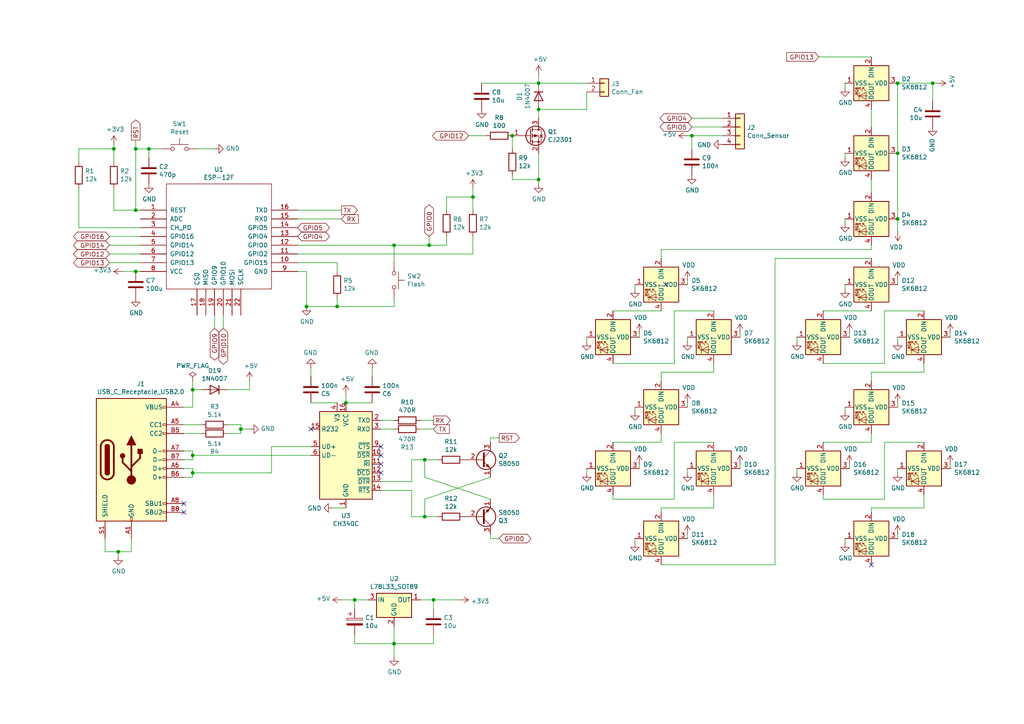
<source format=kicad_sch>
(kicad_sch (version 20230121) (generator eeschema)
  (paper "A4")
  (lib_symbols
    (symbol "Connector:USB_C_Receptacle_USB2.0" (pin_names (offset 1.016))
      (property "Reference" "J" (at -10.16 19.05 0))
      (property "Value" "USB_C_Receptacle_USB2.0" (at 19.05 19.05 0))
      (symbol "USB_C_Receptacle_USB2.0_1_1"
        (pin passive line (at 0 -22.86 90) (length 5.08) (name "GND") (number "A1"))
        (pin passive line (at 0 -22.86 90) (length 5.08) hide (name "GND") (number "A12"))
        (pin passive line (at 15.24 15.24 180) (length 5.08) (name "VBUS") (number "A4"))
        (pin bidirectional line (at 15.24 10.16 180) (length 5.08) (name "CC1") (number "A5"))
        (pin bidirectional line (at 15.24 -2.54 180) (length 5.08) (name "D+") (number "A6"))
        (pin bidirectional line (at 15.24 2.54 180) (length 5.08) (name "D-") (number "A7"))
        (pin bidirectional line (at 15.24 -12.7 180) (length 5.08) (name "SBU1") (number "A8"))
        (pin passive line (at 15.24 15.24 180) (length 5.08) hide (name "VBUS") (number "A9"))
        (pin passive line (at 0 -22.86 90) (length 5.08) hide (name "GND") (number "B1"))
        (pin passive line (at 0 -22.86 90) (length 5.08) hide (name "GND") (number "B12"))
        (pin passive line (at 15.24 15.24 180) (length 5.08) hide (name "VBUS") (number "B4"))
        (pin bidirectional line (at 15.24 7.62 180) (length 5.08) (name "CC2") (number "B5"))
        (pin bidirectional line (at 15.24 -5.08 180) (length 5.08) (name "D+") (number "B6"))
        (pin bidirectional line (at 15.24 0 180) (length 5.08) (name "D-") (number "B7"))
        (pin bidirectional line (at 15.24 -15.24 180) (length 5.08) (name "SBU2") (number "B8"))
        (pin passive line (at 15.24 15.24 180) (length 5.08) hide (name "VBUS") (number "B9"))
        (pin passive line (at -7.62 -22.86 90) (length 5.08) (name "SHIELD") (number "S1"))
      )
    )
    (symbol "Connector_Generic:Conn_01x02" (pin_names (offset 1.016) hide)
      (property "Reference" "J" (at 0 2.54 0))
      (property "Value" "Conn_01x02" (at 0 -5.08 0))
      (symbol "Conn_01x02_1_1"
        (pin passive line (at -5.08 0 0) (length 3.81) (name "Pin_1") (number "1"))
        (pin passive line (at -5.08 -2.54 0) (length 3.81) (name "Pin_2") (number "2"))
      )
    )
    (symbol "Connector_Generic:Conn_01x04" (pin_names (offset 1.016) hide)
      (property "Reference" "J" (at 0 5.08 0))
      (property "Value" "Conn_01x04" (at 0 -7.62 0))
      (symbol "Conn_01x04_1_1"
        (pin passive line (at -5.08 2.54 0) (length 3.81) (name "Pin_1") (number "1"))
        (pin passive line (at -5.08 0 0) (length 3.81) (name "Pin_2") (number "2"))
        (pin passive line (at -5.08 -2.54 0) (length 3.81) (name "Pin_3") (number "3"))
        (pin passive line (at -5.08 -5.08 0) (length 3.81) (name "Pin_4") (number "4"))
      )
    )
    (symbol "Device:C" (pin_numbers hide) (pin_names (offset 0.254))
      (property "Reference" "C" (at 0.635 2.54 0))
      (property "Value" "C" (at 0.635 -2.54 0))
      (symbol "C_1_1"
        (pin passive line (at 0 3.81 270) (length 2.794) (name "~") (number "1"))
        (pin passive line (at 0 -3.81 90) (length 2.794) (name "~") (number "2"))
      )
    )
    (symbol "Device:Q_PMOS_GSD" (pin_names (offset 0) hide)
      (property "Reference" "Q" (at 5.08 1.27 0))
      (property "Value" "Q_PMOS_GSD" (at 5.08 -1.27 0))
      (symbol "Q_PMOS_GSD_1_1"
        (pin input line (at -5.08 0 0) (length 2.54) (name "G") (number "1"))
        (pin passive line (at 2.54 -5.08 90) (length 2.54) (name "S") (number "2"))
        (pin passive line (at 2.54 5.08 270) (length 2.54) (name "D") (number "3"))
      )
    )
    (symbol "Device:R" (pin_numbers hide) (pin_names (offset 0))
      (property "Reference" "R" (at 2.032 0 90))
      (property "Value" "R" (at 0 0 90))
      (symbol "R_1_1"
        (pin passive line (at 0 3.81 270) (length 1.27) (name "~") (number "1"))
        (pin passive line (at 0 -3.81 90) (length 1.27) (name "~") (number "2"))
      )
    )
    (symbol "Diode:1N4007" (pin_numbers hide) (pin_names hide)
      (property "Reference" "D" (at 0 2.54 0))
      (property "Value" "1N4007" (at 0 -2.54 0))
      (symbol "1N4007_1_1"
        (pin passive line (at -3.81 0 0) (length 2.54) (name "K") (number "1"))
        (pin passive line (at 3.81 0 180) (length 2.54) (name "A") (number "2"))
      )
    )
    (symbol "Interface_USB:CH340C"
      (property "Reference" "U" (at -5.08 13.97 0))
      (property "Value" "CH340C" (at 1.27 13.97 0))
      (symbol "CH340C_1_1"
        (pin power_in line (at 0 -15.24 90) (length 2.54) (name "GND") (number "1"))
        (pin input line (at 10.16 0 180) (length 2.54) (name "~{DSR}") (number "10"))
        (pin input line (at 10.16 -2.54 180) (length 2.54) (name "~{RI}") (number "11"))
        (pin input line (at 10.16 -5.08 180) (length 2.54) (name "~{DCD}") (number "12"))
        (pin output line (at 10.16 -7.62 180) (length 2.54) (name "~{DTR}") (number "13"))
        (pin output line (at 10.16 -10.16 180) (length 2.54) (name "~{RTS}") (number "14"))
        (pin input line (at -10.16 7.62 0) (length 2.54) (name "R232") (number "15"))
        (pin power_in line (at 0 15.24 270) (length 2.54) (name "VCC") (number "16"))
        (pin output line (at 10.16 10.16 180) (length 2.54) (name "TXD") (number "2"))
        (pin input line (at 10.16 7.62 180) (length 2.54) (name "RXD") (number "3"))
        (pin passive line (at -2.54 15.24 270) (length 2.54) (name "V3") (number "4"))
        (pin bidirectional line (at -10.16 2.54 0) (length 2.54) (name "UD+") (number "5"))
        (pin bidirectional line (at -10.16 0 0) (length 2.54) (name "UD-") (number "6"))
        (pin no_connect line (at -7.62 -7.62 0) (length 2.54) hide (name "NC") (number "7"))
        (pin no_connect line (at -7.62 -10.16 0) (length 2.54) hide (name "NC") (number "8"))
        (pin input line (at 10.16 2.54 180) (length 2.54) (name "~{CTS}") (number "9"))
      )
    )
    (symbol "LED:SK6812" (pin_names (offset 0.254))
      (property "Reference" "D" (at 5.08 5.715 0))
      (property "Value" "SK6812" (at 1.27 -5.715 0))
      (symbol "SK6812_0_0"
        (text "RGB" (at 2.286 -4.191 0) (effects (font (size 0.762 0.762))))
      )
      (symbol "SK6812_1_1"
        (pin power_in line (at 0 -7.62 90) (length 2.54) (name "VSS") (number "1"))
        (pin input line (at -7.62 0 0) (length 2.54) (name "DIN") (number "2"))
        (pin power_in line (at 0 7.62 270) (length 2.54) (name "VDD") (number "3"))
        (pin output line (at 7.62 0 180) (length 2.54) (name "DOUT") (number "4"))
      )
    )
    (symbol "Regulator_Linear:L78L33_SOT89" (pin_names (offset 0.254))
      (property "Reference" "U" (at -3.81 3.175 0))
      (property "Value" "L78L33_SOT89" (at -0.635 3.175 0))
      (symbol "L78L33_SOT89_1_1"
        (pin power_out line (at 7.62 0 180) (length 2.54) (name "OUT") (number "1"))
        (pin power_in line (at 0 -7.62 90) (length 2.54) (name "GND") (number "2"))
        (pin power_in line (at -7.62 0 0) (length 2.54) (name "IN") (number "3"))
      )
    )
    (symbol "Switch:SW_Push" (pin_numbers hide) (pin_names (offset 1.016) hide)
      (property "Reference" "SW" (at 1.27 2.54 0))
      (property "Value" "SW_Push" (at 0 -1.524 0))
      (symbol "SW_Push_0_1"
        (pin passive line (at -5.08 0 0) (length 2.54) (name "1") (number "1"))
        (pin passive line (at 5.08 0 180) (length 2.54) (name "2") (number "2"))
      )
    )
    (symbol "Transistor_BJT:S8050" (pin_names (offset 0) hide)
      (property "Reference" "Q" (at 5.08 1.905 0))
      (property "Value" "S8050" (at 5.08 0 0))
      (symbol "S8050_1_1"
        (pin passive line (at 2.54 -5.08 90) (length 2.54) (name "E") (number "1"))
        (pin input line (at -5.08 0 0) (length 5.08) (name "B") (number "2"))
        (pin passive line (at 2.54 5.08 270) (length 2.54) (name "C") (number "3"))
      )
    )
    (symbol "espriktning-rear.sch-rescue:+3.3V-power" (power) (pin_names (offset 0))
      (property "Value" "+3.3V-power" (at 0 3.556 0))
      (symbol "+3.3V-power_1_1"
        (pin power_in line (at 0 0 90) (length 0) hide (name "+3V3") (number "1"))
      )
    )
    (symbol "espriktning-rear.sch-rescue:CP-Device" (pin_numbers hide) (pin_names (offset 0.254))
      (property "Reference" "C" (at 0.635 2.54 0))
      (property "Value" "Device_CP" (at 0.635 -2.54 0))
      (symbol "CP-Device_1_1"
        (pin passive line (at 0 3.81 270) (length 2.794) (name "~") (number "1"))
        (pin passive line (at 0 -3.81 90) (length 2.794) (name "~") (number "2"))
      )
    )
    (symbol "espriktning-rear.sch-rescue:ESP-12F-ESP8266" (pin_names (offset 1.016))
      (property "Reference" "U" (at 0 -2.54 0))
      (property "Value" "ESP8266_ESP-12F" (at 0 2.54 0))
      (symbol "ESP-12F-ESP8266_1_1"
        (pin input line (at -22.86 7.62 0) (length 7.62) (name "REST") (number "1"))
        (pin bidirectional line (at 22.86 -7.62 180) (length 7.62) (name "GPIO15") (number "10"))
        (pin bidirectional line (at 22.86 -5.08 180) (length 7.62) (name "GPIO2") (number "11"))
        (pin bidirectional line (at 22.86 -2.54 180) (length 7.62) (name "GPIO0") (number "12"))
        (pin bidirectional line (at 22.86 0 180) (length 7.62) (name "GPIO4") (number "13"))
        (pin bidirectional line (at 22.86 2.54 180) (length 7.62) (name "GPIO5") (number "14"))
        (pin input line (at 22.86 5.08 180) (length 7.62) (name "RXD") (number "15"))
        (pin output line (at 22.86 7.62 180) (length 7.62) (name "TXD") (number "16"))
        (pin bidirectional line (at -6.35 -22.86 90) (length 7.62) (name "CS0") (number "17"))
        (pin bidirectional line (at -3.81 -22.86 90) (length 7.62) (name "MISO") (number "18"))
        (pin bidirectional line (at -1.27 -22.86 90) (length 7.62) (name "GPIO9") (number "19"))
        (pin passive line (at -22.86 5.08 0) (length 7.62) (name "ADC") (number "2"))
        (pin bidirectional line (at 1.27 -22.86 90) (length 7.62) (name "GPIO10") (number "20"))
        (pin bidirectional line (at 3.81 -22.86 90) (length 7.62) (name "MOSI") (number "21"))
        (pin bidirectional line (at 6.35 -22.86 90) (length 7.62) (name "SCLK") (number "22"))
        (pin input line (at -22.86 2.54 0) (length 7.62) (name "CH_PD") (number "3"))
        (pin bidirectional line (at -22.86 0 0) (length 7.62) (name "GPIO16") (number "4"))
        (pin bidirectional line (at -22.86 -2.54 0) (length 7.62) (name "GPIO14") (number "5"))
        (pin bidirectional line (at -22.86 -5.08 0) (length 7.62) (name "GPIO12") (number "6"))
        (pin bidirectional line (at -22.86 -7.62 0) (length 7.62) (name "GPIO13") (number "7"))
        (pin power_in line (at -22.86 -10.16 0) (length 7.62) (name "VCC") (number "8"))
        (pin power_in line (at 22.86 -10.16 180) (length 7.62) (name "GND") (number "9"))
      )
    )
    (symbol "power:+5V" (power) (pin_names (offset 0))
      (property "Value" "+5V" (at 0 3.556 0))
      (symbol "+5V_1_1"
        (pin power_in line (at 0 0 90) (length 0) hide (name "+5V") (number "1"))
      )
    )
    (symbol "power:GND" (power) (pin_names (offset 0))
      (property "Value" "GND" (at 0 -3.81 0))
      (symbol "GND_1_1"
        (pin power_in line (at 0 0 270) (length 0) hide (name "GND") (number "1"))
      )
    )
    (symbol "power:PWR_FLAG" (power) (pin_numbers hide) (pin_names (offset 0) hide)
      (property "Value" "PWR_FLAG" (at 0 3.81 0))
      (symbol "PWR_FLAG_0_0"
        (pin power_out line (at 0 0 90) (length 0) (name "pwr") (number "1"))
      )
    )
    (symbol "power:VDD" (power) (pin_names (offset 0))
      (property "Value" "VDD" (at 0 3.81 0))
      (symbol "VDD_1_1"
        (pin power_in line (at 0 0 90) (length 0) hide (name "VDD") (number "1"))
      )
    )
  )
  (junction (at 34.29 160.02))
  (junction (at 97.79 88.9))
  (junction (at 55.88 137.16))
  (junction (at 102.87 173.99))
  (junction (at 55.88 113.03))
  (junction (at 260.35 24.13))
  (junction (at 148.59 39.37))
  (junction (at 124.46 71.12))
  (junction (at 260.35 63.5))
  (junction (at 270.51 24.13))
  (junction (at 114.3 71.12))
  (junction (at 55.88 132.08))
  (junction (at 114.3 186.69))
  (junction (at 137.16 57.15))
  (junction (at 260.35 44.45))
  (junction (at 200.66 39.37))
  (junction (at 43.18 43.18))
  (junction (at 156.21 52.07))
  (junction (at 33.02 43.18))
  (junction (at 125.73 173.99))
  (junction (at 156.21 31.75))
  (junction (at 123.19 133.35))
  (junction (at 156.21 24.13))
  (junction (at 69.85 124.46))
  (junction (at 39.37 78.74))
  (junction (at 39.37 43.18))
  (junction (at 39.37 60.96))
  (junction (at 88.9 88.9))
  (junction (at 100.33 116.84))
  (junction (at 123.19 149.86))
  (no_connect (at 252.73 163.83))
  (no_connect (at 110.49 134.62))
  (no_connect (at 110.49 129.54))
  (no_connect (at 90.17 124.46))
  (no_connect (at 193.04 82.55))
  (no_connect (at 53.34 146.05))
  (no_connect (at 110.49 132.08))
  (no_connect (at 53.34 148.59))
  (no_connect (at 110.49 137.16))
  (wire (pts (xy 39.37 43.18) (xy 43.18 43.18)))
  (wire (pts (xy 137.16 57.15) (xy 137.16 60.96)))
  (wire (pts (xy 35.56 78.74) (xy 39.37 78.74)))
  (wire (pts (xy 195.58 144.78) (xy 195.58 128.27)))
  (wire (pts (xy 275.59 135.89) (xy 275.59 134.62)))
  (wire (pts (xy 55.88 130.81) (xy 55.88 132.08)))
  (wire (pts (xy 107.95 116.84) (xy 100.33 116.84)))
  (wire (pts (xy 185.42 135.89) (xy 185.42 134.62)))
  (wire (pts (xy 246.38 135.89) (xy 246.38 134.62)))
  (wire (pts (xy 55.88 110.49) (xy 55.88 113.03)))
  (wire (pts (xy 123.19 144.78) (xy 142.24 138.43)))
  (wire (pts (xy 231.14 97.79) (xy 231.14 99.06)))
  (wire (pts (xy 100.33 116.84) (xy 100.33 114.3)))
  (wire (pts (xy 191.77 90.17) (xy 177.8 90.17)))
  (wire (pts (xy 209.55 39.37) (xy 200.66 39.37)))
  (wire (pts (xy 86.36 63.5) (xy 99.06 63.5)))
  (wire (pts (xy 177.8 105.41) (xy 195.58 105.41)))
  (wire (pts (xy 184.15 83.82) (xy 184.15 82.55)))
  (wire (pts (xy 114.3 124.46) (xy 110.49 124.46)))
  (wire (pts (xy 86.36 73.66) (xy 137.16 73.66)))
  (wire (pts (xy 58.42 125.73) (xy 53.34 125.73)))
  (wire (pts (xy 58.42 113.03) (xy 55.88 113.03)))
  (wire (pts (xy 252.73 125.73) (xy 252.73 128.27)))
  (wire (pts (xy 110.49 139.7) (xy 119.38 139.7)))
  (wire (pts (xy 142.24 127) (xy 144.78 127)))
  (wire (pts (xy 199.39 118.11) (xy 199.39 116.84)))
  (wire (pts (xy 252.73 147.32) (xy 252.73 148.59)))
  (wire (pts (xy 256.54 90.17) (xy 267.97 90.17)))
  (wire (pts (xy 55.88 113.03) (xy 55.88 118.11)))
  (wire (pts (xy 191.77 163.83) (xy 224.79 163.83)))
  (wire (pts (xy 114.3 88.9) (xy 97.79 88.9)))
  (wire (pts (xy 267.97 143.51) (xy 267.97 147.32)))
  (wire (pts (xy 191.77 125.73) (xy 191.77 128.27)))
  (wire (pts (xy 156.21 24.13) (xy 139.7 24.13)))
  (wire (pts (xy 267.97 147.32) (xy 252.73 147.32)))
  (wire (pts (xy 114.3 181.61) (xy 114.3 186.69)))
  (wire (pts (xy 102.87 176.53) (xy 102.87 173.99)))
  (wire (pts (xy 170.18 26.67) (xy 170.18 31.75)))
  (wire (pts (xy 102.87 186.69) (xy 102.87 184.15)))
  (wire (pts (xy 40.64 71.12) (xy 31.75 71.12)))
  (wire (pts (xy 252.73 16.51) (xy 237.49 16.51)))
  (wire (pts (xy 199.39 156.21) (xy 199.39 154.94)))
  (wire (pts (xy 129.54 57.15) (xy 137.16 57.15)))
  (wire (pts (xy 124.46 71.12) (xy 129.54 71.12)))
  (wire (pts (xy 195.58 128.27) (xy 207.01 128.27)))
  (wire (pts (xy 256.54 105.41) (xy 256.54 90.17)))
  (wire (pts (xy 156.21 52.07) (xy 156.21 53.34)))
  (wire (pts (xy 55.88 135.89) (xy 55.88 137.16)))
  (wire (pts (xy 110.49 142.24) (xy 119.38 142.24)))
  (wire (pts (xy 40.64 68.58) (xy 31.75 68.58)))
  (wire (pts (xy 140.97 39.37) (xy 135.89 39.37)))
  (wire (pts (xy 200.66 34.29) (xy 209.55 34.29)))
  (wire (pts (xy 245.11 45.72) (xy 245.11 44.45)))
  (wire (pts (xy 199.39 137.16) (xy 199.39 135.89)))
  (wire (pts (xy 114.3 186.69) (xy 102.87 186.69)))
  (wire (pts (xy 102.87 173.99) (xy 99.06 173.99)))
  (wire (pts (xy 191.77 72.39) (xy 191.77 74.93)))
  (wire (pts (xy 72.39 113.03) (xy 72.39 110.49)))
  (wire (pts (xy 123.19 133.35) (xy 127 133.35)))
  (wire (pts (xy 191.77 128.27) (xy 177.8 128.27)))
  (wire (pts (xy 58.42 123.19) (xy 53.34 123.19)))
  (wire (pts (xy 55.88 137.16) (xy 55.88 138.43)))
  (wire (pts (xy 119.38 139.7) (xy 119.38 133.35)))
  (wire (pts (xy 245.11 64.77) (xy 245.11 63.5)))
  (wire (pts (xy 270.51 29.21) (xy 270.51 24.13)))
  (wire (pts (xy 119.38 142.24) (xy 119.38 149.86)))
  (wire (pts (xy 129.54 71.12) (xy 129.54 68.58)))
  (wire (pts (xy 133.35 173.99) (xy 125.73 173.99)))
  (wire (pts (xy 69.85 125.73) (xy 66.04 125.73)))
  (wire (pts (xy 66.04 123.19) (xy 69.85 123.19)))
  (wire (pts (xy 256.54 144.78) (xy 256.54 128.27)))
  (wire (pts (xy 129.54 60.96) (xy 129.54 57.15)))
  (wire (pts (xy 224.79 74.93) (xy 252.73 74.93)))
  (wire (pts (xy 267.97 105.41) (xy 267.97 107.95)))
  (wire (pts (xy 114.3 190.5) (xy 114.3 186.69)))
  (wire (pts (xy 142.24 156.21) (xy 142.24 154.94)))
  (wire (pts (xy 39.37 43.18) (xy 39.37 60.96)))
  (wire (pts (xy 245.11 157.48) (xy 245.11 156.21)))
  (wire (pts (xy 86.36 76.2) (xy 97.79 76.2)))
  (wire (pts (xy 238.76 105.41) (xy 256.54 105.41)))
  (wire (pts (xy 114.3 121.92) (xy 110.49 121.92)))
  (wire (pts (xy 55.88 138.43) (xy 53.34 138.43)))
  (wire (pts (xy 114.3 88.9) (xy 114.3 86.36)))
  (wire (pts (xy 22.86 46.99) (xy 22.86 43.18)))
  (wire (pts (xy 195.58 144.78) (xy 177.8 144.78)))
  (wire (pts (xy 55.88 132.08) (xy 55.88 133.35)))
  (wire (pts (xy 137.16 73.66) (xy 137.16 68.58)))
  (wire (pts (xy 123.19 149.86) (xy 127 149.86)))
  (wire (pts (xy 55.88 133.35) (xy 53.34 133.35)))
  (wire (pts (xy 256.54 128.27) (xy 267.97 128.27)))
  (wire (pts (xy 125.73 186.69) (xy 114.3 186.69)))
  (wire (pts (xy 66.04 113.03) (xy 72.39 113.03)))
  (wire (pts (xy 69.85 123.19) (xy 69.85 124.46)))
  (wire (pts (xy 78.74 137.16) (xy 78.74 129.54)))
  (wire (pts (xy 260.35 24.13) (xy 260.35 44.45)))
  (wire (pts (xy 207.01 107.95) (xy 191.77 107.95)))
  (wire (pts (xy 245.11 119.38) (xy 245.11 118.11)))
  (wire (pts (xy 224.79 163.83) (xy 224.79 74.93)))
  (wire (pts (xy 260.35 118.11) (xy 260.35 116.84)))
  (wire (pts (xy 34.29 161.29) (xy 34.29 160.02)))
  (wire (pts (xy 252.73 90.17) (xy 238.76 90.17)))
  (wire (pts (xy 184.15 157.48) (xy 184.15 156.21)))
  (wire (pts (xy 156.21 34.29) (xy 156.21 31.75)))
  (wire (pts (xy 260.35 156.21) (xy 260.35 154.94)))
  (wire (pts (xy 270.51 24.13) (xy 271.78 24.13)))
  (wire (pts (xy 148.59 50.8) (xy 148.59 52.07)))
  (wire (pts (xy 184.15 119.38) (xy 184.15 118.11)))
  (wire (pts (xy 119.38 133.35) (xy 123.19 133.35)))
  (wire (pts (xy 245.11 25.4) (xy 245.11 24.13)))
  (wire (pts (xy 30.48 156.21) (xy 30.48 160.02)))
  (wire (pts (xy 53.34 118.11) (xy 55.88 118.11)))
  (wire (pts (xy 170.18 97.79) (xy 170.18 99.06)))
  (wire (pts (xy 55.88 137.16) (xy 78.74 137.16)))
  (wire (pts (xy 33.02 54.61) (xy 33.02 60.96)))
  (wire (pts (xy 260.35 44.45) (xy 260.35 63.5)))
  (wire (pts (xy 238.76 143.51) (xy 238.76 144.78)))
  (wire (pts (xy 97.79 86.36) (xy 97.79 88.9)))
  (wire (pts (xy 170.18 31.75) (xy 156.21 31.75)))
  (wire (pts (xy 214.63 135.89) (xy 214.63 134.62)))
  (wire (pts (xy 199.39 97.79) (xy 199.39 99.06)))
  (wire (pts (xy 123.19 149.86) (xy 123.19 144.78)))
  (wire (pts (xy 207.01 147.32) (xy 191.77 147.32)))
  (wire (pts (xy 246.38 97.79) (xy 246.38 96.52)))
  (wire (pts (xy 119.38 149.86) (xy 123.19 149.86)))
  (wire (pts (xy 97.79 88.9) (xy 88.9 88.9)))
  (wire (pts (xy 191.77 107.95) (xy 191.77 110.49)))
  (wire (pts (xy 106.68 173.99) (xy 102.87 173.99)))
  (wire (pts (xy 125.73 124.46) (xy 121.92 124.46)))
  (wire (pts (xy 245.11 83.82) (xy 245.11 82.55)))
  (wire (pts (xy 22.86 66.04) (xy 40.64 66.04)))
  (wire (pts (xy 260.35 63.5) (xy 260.35 67.31)))
  (wire (pts (xy 156.21 24.13) (xy 156.21 21.59)))
  (wire (pts (xy 43.18 45.72) (xy 43.18 43.18)))
  (wire (pts (xy 100.33 147.32) (xy 96.52 147.32)))
  (wire (pts (xy 195.58 105.41) (xy 195.58 90.17)))
  (wire (pts (xy 86.36 78.74) (xy 88.9 78.74)))
  (wire (pts (xy 148.59 43.18) (xy 148.59 39.37)))
  (wire (pts (xy 125.73 184.15) (xy 125.73 186.69)))
  (wire (pts (xy 125.73 121.92) (xy 121.92 121.92)))
  (wire (pts (xy 231.14 137.16) (xy 231.14 135.89)))
  (wire (pts (xy 200.66 43.18) (xy 200.66 39.37)))
  (wire (pts (xy 214.63 97.79) (xy 214.63 96.52)))
  (wire (pts (xy 78.74 129.54) (xy 90.17 129.54)))
  (wire (pts (xy 170.18 24.13) (xy 156.21 24.13)))
  (wire (pts (xy 191.77 147.32) (xy 191.77 148.59)))
  (wire (pts (xy 207.01 143.51) (xy 207.01 147.32)))
  (wire (pts (xy 252.73 72.39) (xy 191.77 72.39)))
  (wire (pts (xy 53.34 135.89) (xy 55.88 135.89)))
  (wire (pts (xy 39.37 78.74) (xy 40.64 78.74)))
  (wire (pts (xy 177.8 143.51) (xy 177.8 144.78)))
  (wire (pts (xy 260.35 82.55) (xy 260.35 81.28)))
  (wire (pts (xy 53.34 130.81) (xy 55.88 130.81)))
  (wire (pts (xy 38.1 160.02) (xy 38.1 156.21)))
  (wire (pts (xy 156.21 44.45) (xy 156.21 52.07)))
  (wire (pts (xy 97.79 116.84) (xy 90.17 116.84)))
  (wire (pts (xy 200.66 36.83) (xy 209.55 36.83)))
  (wire (pts (xy 260.35 137.16) (xy 260.35 135.89)))
  (wire (pts (xy 275.59 97.79) (xy 275.59 96.52)))
  (wire (pts (xy 90.17 109.22) (xy 90.17 106.68)))
  (wire (pts (xy 33.02 43.18) (xy 33.02 46.99)))
  (wire (pts (xy 137.16 57.15) (xy 137.16 54.61)))
  (wire (pts (xy 252.73 128.27) (xy 238.76 128.27)))
  (wire (pts (xy 207.01 105.41) (xy 207.01 107.95)))
  (wire (pts (xy 97.79 76.2) (xy 97.79 78.74)))
  (wire (pts (xy 22.86 43.18) (xy 33.02 43.18)))
  (wire (pts (xy 40.64 76.2) (xy 31.75 76.2)))
  (wire (pts (xy 252.73 71.12) (xy 252.73 72.39)))
  (wire (pts (xy 33.02 41.91) (xy 33.02 43.18)))
  (wire (pts (xy 238.76 144.78) (xy 256.54 144.78)))
  (wire (pts (xy 64.77 95.25) (xy 64.77 91.44)))
  (wire (pts (xy 86.36 71.12) (xy 114.3 71.12)))
  (wire (pts (xy 195.58 90.17) (xy 207.01 90.17)))
  (wire (pts (xy 40.64 73.66) (xy 31.75 73.66)))
  (wire (pts (xy 34.29 160.02) (xy 38.1 160.02)))
  (wire (pts (xy 72.39 124.46) (xy 69.85 124.46)))
  (wire (pts (xy 260.35 24.13) (xy 270.51 24.13)))
  (wire (pts (xy 185.42 97.79) (xy 185.42 96.52)))
  (wire (pts (xy 170.18 137.16) (xy 170.18 135.89)))
  (wire (pts (xy 69.85 124.46) (xy 69.85 125.73)))
  (wire (pts (xy 267.97 107.95) (xy 252.73 107.95)))
  (wire (pts (xy 86.36 60.96) (xy 99.06 60.96)))
  (wire (pts (xy 252.73 107.95) (xy 252.73 110.49)))
  (wire (pts (xy 142.24 128.27) (xy 142.24 127)))
  (wire (pts (xy 55.88 132.08) (xy 90.17 132.08)))
  (wire (pts (xy 200.66 39.37) (xy 199.39 39.37)))
  (wire (pts (xy 62.23 95.25) (xy 62.23 91.44)))
  (wire (pts (xy 22.86 54.61) (xy 22.86 66.04)))
  (wire (pts (xy 114.3 71.12) (xy 124.46 71.12)))
  (wire (pts (xy 260.35 97.79) (xy 260.35 99.06)))
  (wire (pts (xy 123.19 138.43) (xy 123.19 133.35)))
  (wire (pts (xy 39.37 60.96) (xy 40.64 60.96)))
  (wire (pts (xy 252.73 36.83) (xy 252.73 31.75)))
  (wire (pts (xy 121.92 173.99) (xy 125.73 173.99)))
  (wire (pts (xy 199.39 82.55) (xy 199.39 81.28)))
  (wire (pts (xy 43.18 43.18) (xy 46.99 43.18)))
  (wire (pts (xy 107.95 109.22) (xy 107.95 106.68)))
  (wire (pts (xy 125.73 173.99) (xy 125.73 176.53)))
  (wire (pts (xy 124.46 68.58) (xy 124.46 71.12)))
  (wire (pts (xy 62.23 43.18) (xy 57.15 43.18)))
  (wire (pts (xy 39.37 43.18) (xy 39.37 40.64)))
  (wire (pts (xy 33.02 60.96) (xy 39.37 60.96)))
  (wire (pts (xy 30.48 160.02) (xy 34.29 160.02)))
  (wire (pts (xy 88.9 78.74) (xy 88.9 88.9)))
  (wire (pts (xy 252.73 55.88) (xy 252.73 52.07)))
  (wire (pts (xy 148.59 52.07) (xy 156.21 52.07)))
  (wire (pts (xy 142.24 144.78) (xy 123.19 138.43)))
  (wire (pts (xy 114.3 76.2) (xy 114.3 71.12)))
  (wire (pts (xy 144.78 156.21) (xy 142.24 156.21)))
  (global_label "GPIO12" (shape bidirectional) (at 135.89 39.37 180) (property "Intersheetrefs" "${INTERSHEET_REFS}" (effects hide)))
  (global_label "GPIO16" (shape bidirectional) (at 31.75 68.58 180) (property "Intersheetrefs" "${INTERSHEET_REFS}" (effects hide)))
  (global_label "GPIO13" (shape input) (at 237.49 16.51 180) (property "Intersheetrefs" "${INTERSHEET_REFS}" (effects hide)))
  (global_label "GPIO4" (shape bidirectional) (at 86.36 68.58 0) (property "Intersheetrefs" "${INTERSHEET_REFS}" (effects hide)))
  (global_label "GPIO0" (shape bidirectional) (at 144.78 156.21 0) (property "Intersheetrefs" "${INTERSHEET_REFS}" (effects hide)))
  (global_label "GPIO0" (shape bidirectional) (at 124.46 68.58 90) (property "Intersheetrefs" "${INTERSHEET_REFS}" (effects hide)))
  (global_label "GPIO5" (shape bidirectional) (at 86.36 66.04 0) (property "Intersheetrefs" "${INTERSHEET_REFS}" (effects hide)))
  (global_label "GPIO10" (shape bidirectional) (at 64.77 95.25 270) (property "Intersheetrefs" "${INTERSHEET_REFS}" (effects hide)))
  (global_label "GPIO13" (shape bidirectional) (at 31.75 76.2 180) (property "Intersheetrefs" "${INTERSHEET_REFS}" (effects hide)))
  (global_label "GPIO14" (shape bidirectional) (at 31.75 71.12 180) (property "Intersheetrefs" "${INTERSHEET_REFS}" (effects hide)))
  (global_label "RST" (shape output) (at 39.37 40.64 90) (property "Intersheetrefs" "${INTERSHEET_REFS}" (effects hide)))
  (global_label "RST" (shape output) (at 144.78 127 0) (property "Intersheetrefs" "${INTERSHEET_REFS}" (effects hide)))
  (global_label "TX" (shape output) (at 99.06 60.96 0) (property "Intersheetrefs" "${INTERSHEET_REFS}" (effects hide)))
  (global_label "GPIO9" (shape bidirectional) (at 62.23 95.25 270) (property "Intersheetrefs" "${INTERSHEET_REFS}" (effects hide)))
  (global_label "RX" (shape input) (at 99.06 63.5 0) (property "Intersheetrefs" "${INTERSHEET_REFS}" (effects hide)))
  (global_label "GPIO12" (shape bidirectional) (at 31.75 73.66 180) (property "Intersheetrefs" "${INTERSHEET_REFS}" (effects hide)))
  (global_label "RX" (shape output) (at 125.73 121.92 0) (property "Intersheetrefs" "${INTERSHEET_REFS}" (effects hide)))
  (global_label "TX" (shape input) (at 125.73 124.46 0) (property "Intersheetrefs" "${INTERSHEET_REFS}" (effects hide)))
  (global_label "GPIO4" (shape bidirectional) (at 200.66 34.29 180) (property "Intersheetrefs" "${INTERSHEET_REFS}" (effects hide)))
  (global_label "GPIO5" (shape bidirectional) (at 200.66 36.83 180) (property "Intersheetrefs" "${INTERSHEET_REFS}" (effects hide)))
  (symbol (lib_id "espriktning-rear.sch-rescue:ESP-12F-ESP8266") (at 63.5 68.58 0) (unit 1)
    (property "Reference" "U1" (at 63.5 49.149 0))
    (property "Value" "ESP-12F" (at 63.5 51.4604 0))
    (property "Footprint" "ESP8266:ESP-12E_SMD" (effects hide))
  )
  (symbol (lib_id "Device:R") (at 33.02 50.8 0) (unit 1)
    (property "Reference" "R2" (at 34.798 49.6316 0) (effects (justify left)))
    (property "Value" "12k" (at 34.798 51.943 0) (effects (justify left)))
    (property "Footprint" "Resistor_SMD:R_0603_1608Metric" (effects hide))
  )
  (symbol (lib_id "Device:R") (at 22.86 50.8 0) (unit 1)
    (property "Reference" "R1" (at 24.638 49.6316 0) (effects (justify left)))
    (property "Value" "12k" (at 24.638 51.943 0) (effects (justify left)))
    (property "Footprint" "Resistor_SMD:R_0603_1608Metric" (effects hide))
  )
  (symbol (lib_id "power:GND") (at 88.9 88.9 0) (unit 1)
    (property "Reference" "#PWR08" (effects hide))
    (property "Value" "GND" (at 89.027 93.2942 0))
  )
  (symbol (lib_id "Regulator_Linear:L78L33_SOT89") (at 114.3 173.99 0) (unit 1)
    (property "Reference" "U2" (at 114.3 167.8432 0))
    (property "Value" "L78L33_SOT89" (at 114.3 170.1546 0))
    (property "Footprint" "Package_TO_SOT_SMD:SOT-89-3" (effects hide))
    (property "Datasheet" "http://www.st.com/content/ccc/resource/technical/document/datasheet/15/55/e5/aa/23/5b/43/fd/CD00000446.pdf/files/CD00000446.pdf/jcr:content/translations/en.CD00000446.pdf" (effects hide))
  )
  (symbol (lib_id "power:+5V") (at 99.06 173.99 90) (unit 1)
    (property "Reference" "#PWR09" (effects hide))
    (property "Value" "+5V" (at 95.8088 173.609 90) (effects (justify left)))
  )
  (symbol (lib_id "espriktning-rear.sch-rescue:CP-Device") (at 102.87 180.34 0) (unit 1)
    (property "Reference" "C1" (at 105.8672 179.1716 0) (effects (justify left)))
    (property "Value" "10u" (at 105.8672 181.483 0) (effects (justify left)))
    (property "Footprint" "Capacitor_SMD:CP_Elec_5x3" (effects hide))
  )
  (symbol (lib_id "power:GND") (at 114.3 190.5 0) (unit 1)
    (property "Reference" "#PWR012" (effects hide))
    (property "Value" "GND" (at 114.427 194.8942 0))
  )
  (symbol (lib_id "Device:Q_PMOS_GSD") (at 153.67 39.37 0) (unit 1)
    (property "Reference" "Q1" (at 158.877 38.2016 0) (effects (justify left)))
    (property "Value" "CJ2301" (at 158.877 40.513 0) (effects (justify left)))
    (property "Footprint" "Package_TO_SOT_SMD:SOT-23" (effects hide))
    (property "LCSC" "C8547" (effects hide))
  )
  (symbol (lib_id "Device:R") (at 144.78 39.37 270) (unit 1)
    (property "Reference" "R8" (at 144.78 34.1122 90))
    (property "Value" "100" (at 144.78 36.4236 90))
    (property "Footprint" "Resistor_SMD:R_0603_1608Metric" (effects hide))
  )
  (symbol (lib_id "Device:R") (at 148.59 46.99 0) (unit 1)
    (property "Reference" "R9" (at 150.368 45.8216 0) (effects (justify left)))
    (property "Value" "12k" (at 150.368 48.133 0) (effects (justify left)))
    (property "Footprint" "Resistor_SMD:R_0603_1608Metric" (effects hide))
  )
  (symbol (lib_id "power:GND") (at 156.21 53.34 0) (unit 1)
    (property "Reference" "#PWR016" (effects hide))
    (property "Value" "GND" (at 156.337 57.7342 0))
  )
  (symbol (lib_id "power:+5V") (at 156.21 21.59 0) (unit 1)
    (property "Reference" "#PWR015" (effects hide))
    (property "Value" "+5V" (at 156.591 17.1958 0))
  )
  (symbol (lib_id "Connector_Generic:Conn_01x02") (at 175.26 24.13 0) (unit 1)
    (property "Reference" "J3" (at 177.292 24.3332 0) (effects (justify left)))
    (property "Value" "Conn_Fan" (at 177.292 26.6446 0) (effects (justify left)))
    (property "Footprint" "Connector_Molex:Molex_PicoBlade_53398-0271_1x02-1MP_P1.25mm_Vertical" (effects hide))
  )
  (symbol (lib_id "Device:R") (at 97.79 82.55 0) (unit 1)
    (property "Reference" "R5" (at 99.568 81.3816 0) (effects (justify left)))
    (property "Value" "12k" (at 99.568 83.693 0) (effects (justify left)))
    (property "Footprint" "Resistor_SMD:R_0603_1608Metric" (effects hide))
  )
  (symbol (lib_id "Device:R") (at 129.54 64.77 0) (unit 1)
    (property "Reference" "R6" (at 131.318 63.6016 0) (effects (justify left)))
    (property "Value" "12k" (at 131.318 65.913 0) (effects (justify left)))
    (property "Footprint" "Resistor_SMD:R_0603_1608Metric" (effects hide))
  )
  (symbol (lib_id "Device:R") (at 137.16 64.77 0) (unit 1)
    (property "Reference" "R7" (at 138.938 63.6016 0) (effects (justify left)))
    (property "Value" "12k" (at 138.938 65.913 0) (effects (justify left)))
    (property "Footprint" "Resistor_SMD:R_0603_1608Metric" (effects hide))
  )
  (symbol (lib_id "power:GND") (at 270.51 36.83 0) (mirror y) (unit 1)
    (property "Reference" "#PWR047" (effects hide))
    (property "Value" "GND" (at 270.383 40.0812 90) (effects (justify right)))
  )
  (symbol (lib_id "Switch:SW_Push") (at 114.3 81.28 270) (unit 1)
    (property "Reference" "SW2" (at 118.0592 80.1116 90) (effects (justify left)))
    (property "Value" "Flash" (at 118.0592 82.423 90) (effects (justify left)))
    (property "Footprint" "Connector_PinHeader_1.00mm:PinHeader_1x02_P1.00mm_Vertical" (effects hide))
  )
  (symbol (lib_id "Switch:SW_Push") (at 52.07 43.18 0) (unit 1)
    (property "Reference" "SW1" (at 52.07 35.941 0))
    (property "Value" "Reset" (at 52.07 38.2524 0))
    (property "Footprint" "Connector_PinHeader_1.00mm:PinHeader_1x02_P1.00mm_Vertical" (effects hide))
  )
  (symbol (lib_id "Device:C") (at 43.18 49.53 0) (unit 1)
    (property "Reference" "C2" (at 46.101 48.3616 0) (effects (justify left)))
    (property "Value" "470p" (at 46.101 50.673 0) (effects (justify left)))
    (property "Footprint" "Capacitor_SMD:C_0603_1608Metric" (effects hide))
  )
  (symbol (lib_id "power:GND") (at 43.18 53.34 0) (unit 1)
    (property "Reference" "#PWR04" (effects hide))
    (property "Value" "GND" (at 43.307 57.7342 0))
  )
  (symbol (lib_id "Connector:USB_C_Receptacle_USB2.0") (at 38.1 133.35 0) (unit 1)
    (property "Reference" "J1" (at 40.8178 111.3282 0))
    (property "Value" "USB_C_Receptacle_USB2.0" (at 40.8178 113.6396 0))
    (property "Footprint" "espriktning:usb-c-vertical" (effects hide))
    (property "Datasheet" "https://www.usb.org/sites/default/files/documents/usb_type-c.zip" (effects hide))
    (property "LCSC" "C2689840" (effects hide))
  )
  (symbol (lib_id "power:+5V") (at 271.78 24.13 270) (mirror x) (unit 1)
    (property "Reference" "#PWR050" (effects hide))
    (property "Value" "+5V" (at 276.1742 23.749 0))
  )
  (symbol (lib_id "power:GND") (at 34.29 161.29 0) (unit 1)
    (property "Reference" "#PWR02" (effects hide))
    (property "Value" "GND" (at 34.417 165.6842 0))
  )
  (symbol (lib_id "Device:R") (at 62.23 123.19 270) (unit 1)
    (property "Reference" "R3" (at 62.23 117.9322 90))
    (property "Value" "5.1k" (at 62.23 120.2436 90))
    (property "Footprint" "Resistor_SMD:R_0603_1608Metric" (effects hide))
  )
  (symbol (lib_id "Device:R") (at 62.23 125.73 90) (unit 1)
    (property "Reference" "R4" (at 62.23 130.9878 90))
    (property "Value" "5.1k" (at 62.23 128.6764 90))
    (property "Footprint" "Resistor_SMD:R_0603_1608Metric" (effects hide))
  )
  (symbol (lib_id "power:GND") (at 72.39 124.46 90) (unit 1)
    (property "Reference" "#PWR07" (effects hide))
    (property "Value" "GND" (at 75.6412 124.333 90) (effects (justify right)))
  )
  (symbol (lib_id "power:+5V") (at 72.39 110.49 0) (unit 1)
    (property "Reference" "#PWR05" (effects hide))
    (property "Value" "+5V" (at 72.771 106.0958 0))
  )
  (symbol (lib_id "power:PWR_FLAG") (at 55.88 110.49 0) (unit 1)
    (property "Reference" "#FLG01" (effects hide))
    (property "Value" "PWR_FLAG" (at 55.88 106.0958 0))
  )
  (symbol (lib_id "Device:C") (at 270.51 33.02 0) (mirror y) (unit 1)
    (property "Reference" "C4" (at 267.589 31.8516 0) (effects (justify left)))
    (property "Value" "10u" (at 267.589 34.163 0) (effects (justify left)))
    (property "Footprint" "Capacitor_SMD:C_1206_3216Metric" (effects hide))
  )
  (symbol (lib_id "Connector_Generic:Conn_01x04") (at 214.63 36.83 0) (unit 1)
    (property "Reference" "J2" (at 216.662 37.0332 0) (effects (justify left)))
    (property "Value" "Conn_Sensor" (at 216.662 39.3446 0) (effects (justify left)))
    (property "Footprint" "Connector_Molex:Molex_PicoBlade_53398-0471_1x04-1MP_P1.25mm_Vertical" (effects hide))
  )
  (symbol (lib_id "power:+5V") (at 199.39 39.37 90) (unit 1)
    (property "Reference" "#PWR010" (effects hide))
    (property "Value" "+5V" (at 196.1388 38.989 90) (effects (justify left)))
  )
  (symbol (lib_id "power:GND") (at 62.23 43.18 90) (unit 1)
    (property "Reference" "#PWR06" (effects hide))
    (property "Value" "GND" (at 65.4812 43.053 90) (effects (justify right)))
  )
  (symbol (lib_id "power:GND") (at 209.55 41.91 270) (unit 1)
    (property "Reference" "#PWR011" (effects hide))
    (property "Value" "GND" (at 206.2988 42.037 90) (effects (justify right)))
  )
  (symbol (lib_id "LED:SK6812") (at 252.73 63.5 270) (unit 1)
    (property "Reference" "D4" (at 261.4676 62.3316 90) (effects (justify left)))
    (property "Value" "SK6812" (at 261.4676 64.643 90) (effects (justify left)))
    (property "Footprint" "espriktning:SK6812D-EC3210R" (effects hide))
    (property "Datasheet" "https://cdn-shop.adafruit.com/product-files/1138/SK6812+LED+datasheet+.pdf" (effects hide))
    (property "LCSC" "C2890041" (effects hide))
  )
  (symbol (lib_id "power:GND") (at 245.11 25.4 0) (unit 1)
    (property "Reference" "#PWR033" (effects hide))
    (property "Value" "GND" (at 245.237 29.7942 0))
  )
  (symbol (lib_id "power:GND") (at 245.11 45.72 0) (unit 1)
    (property "Reference" "#PWR034" (effects hide))
    (property "Value" "GND" (at 245.237 50.1142 0))
  )
  (symbol (lib_id "Device:C") (at 125.73 180.34 0) (unit 1)
    (property "Reference" "C3" (at 128.651 179.1716 0) (effects (justify left)))
    (property "Value" "10u" (at 128.651 181.483 0) (effects (justify left)))
    (property "Footprint" "Capacitor_SMD:C_0805_2012Metric" (effects hide))
  )
  (symbol (lib_id "power:GND") (at 245.11 64.77 0) (unit 1)
    (property "Reference" "#PWR035" (effects hide))
    (property "Value" "GND" (at 245.237 69.1642 0))
  )
  (symbol (lib_id "power:GND") (at 96.52 147.32 270) (unit 1)
    (property "Reference" "#PWR0101" (effects hide))
    (property "Value" "GND" (at 93.2688 147.447 90) (effects (justify right)))
  )
  (symbol (lib_id "Device:R") (at 118.11 121.92 270) (unit 1)
    (property "Reference" "R10" (at 118.11 116.6622 90))
    (property "Value" "470R" (at 118.11 118.9736 90))
    (property "Footprint" "Resistor_SMD:R_0603_1608Metric" (effects hide))
  )
  (symbol (lib_id "power:VDD") (at 260.35 67.31 180) (unit 1)
    (property "Reference" "#PWR041" (effects hide))
    (property "Value" "VDD" (at 259.969 71.7042 0))
  )
  (symbol (lib_id "power:VDD") (at 199.39 81.28 0) (unit 1)
    (property "Reference" "#PWR024" (effects hide))
    (property "Value" "VDD" (at 199.771 76.8858 0))
  )
  (symbol (lib_id "power:VDD") (at 185.42 96.52 0) (unit 1)
    (property "Reference" "#PWR023" (effects hide))
    (property "Value" "VDD" (at 185.801 92.1258 0))
  )
  (symbol (lib_id "power:GND") (at 184.15 83.82 0) (unit 1)
    (property "Reference" "#PWR019" (effects hide))
    (property "Value" "GND" (at 184.277 88.2142 0))
  )
  (symbol (lib_id "Device:C") (at 107.95 113.03 0) (mirror x) (unit 1)
    (property "Reference" "C6" (at 110.871 114.1984 0) (effects (justify left)))
    (property "Value" "100n" (at 110.871 111.887 0) (effects (justify left)))
    (property "Footprint" "Capacitor_SMD:C_1206_3216Metric" (effects hide))
  )
  (symbol (lib_id "power:GND") (at 107.95 106.68 180) (unit 1)
    (property "Reference" "#PWR0102" (effects hide))
    (property "Value" "GND" (at 107.823 102.2858 0))
  )
  (symbol (lib_id "power:GND") (at 199.39 99.06 0) (unit 1)
    (property "Reference" "#PWR025" (effects hide))
    (property "Value" "GND" (at 199.517 103.4542 0))
  )
  (symbol (lib_id "power:GND") (at 170.18 99.06 0) (unit 1)
    (property "Reference" "#PWR018" (effects hide))
    (property "Value" "GND" (at 170.307 103.4542 0))
  )
  (symbol (lib_id "LED:SK6812") (at 252.73 44.45 270) (unit 1)
    (property "Reference" "D3" (at 261.4676 43.2816 90) (effects (justify left)))
    (property "Value" "SK6812" (at 261.4676 45.593 90) (effects (justify left)))
    (property "Footprint" "espriktning:SK6812D-EC3210R" (effects hide))
    (property "Datasheet" "https://cdn-shop.adafruit.com/product-files/1138/SK6812+LED+datasheet+.pdf" (effects hide))
    (property "LCSC" "C2890041" (effects hide))
  )
  (symbol (lib_id "Device:C") (at 39.37 82.55 0) (unit 1)
    (property "Reference" "C7" (at 42.291 81.3816 0) (effects (justify left)))
    (property "Value" "100u" (at 42.291 83.693 0) (effects (justify left)))
    (property "Footprint" "Capacitor_SMD:C_0805_2012Metric" (effects hide))
    (property "LCSC" "C141660" (effects hide))
  )
  (symbol (lib_id "power:GND") (at 184.15 119.38 0) (unit 1)
    (property "Reference" "#PWR020" (effects hide))
    (property "Value" "GND" (at 184.277 123.7742 0))
  )
  (symbol (lib_id "power:VDD") (at 214.63 96.52 0) (unit 1)
    (property "Reference" "#PWR029" (effects hide))
    (property "Value" "VDD" (at 215.011 92.1258 0))
  )
  (symbol (lib_id "Device:R") (at 118.11 124.46 270) (mirror x) (unit 1)
    (property "Reference" "R13" (at 118.11 129.7178 90))
    (property "Value" "470R" (at 118.11 127.4064 90))
    (property "Footprint" "Resistor_SMD:R_0603_1608Metric" (effects hide))
  )
  (symbol (lib_id "power:GND") (at 170.18 137.16 0) (unit 1)
    (property "Reference" "#PWR017" (effects hide))
    (property "Value" "GND" (at 170.307 141.5542 0))
  )
  (symbol (lib_id "power:VDD") (at 199.39 116.84 0) (unit 1)
    (property "Reference" "#PWR026" (effects hide))
    (property "Value" "VDD" (at 199.771 112.4458 0))
  )
  (symbol (lib_id "power:GND") (at 199.39 137.16 0) (unit 1)
    (property "Reference" "#PWR027" (effects hide))
    (property "Value" "GND" (at 199.517 141.5542 0))
  )
  (symbol (lib_id "power:GND") (at 184.15 157.48 0) (unit 1)
    (property "Reference" "#PWR022" (effects hide))
    (property "Value" "GND" (at 184.277 161.8742 0))
  )
  (symbol (lib_id "power:GND") (at 39.37 86.36 0) (unit 1)
    (property "Reference" "#PWR0105" (effects hide))
    (property "Value" "GND" (at 39.497 90.7542 0))
  )
  (symbol (lib_id "power:VDD") (at 185.42 134.62 0) (unit 1)
    (property "Reference" "#PWR021" (effects hide))
    (property "Value" "VDD" (at 185.801 130.2258 0))
  )
  (symbol (lib_id "power:VDD") (at 214.63 134.62 0) (unit 1)
    (property "Reference" "#PWR030" (effects hide))
    (property "Value" "VDD" (at 215.011 130.2258 0))
  )
  (symbol (lib_id "power:VDD") (at 199.39 154.94 0) (unit 1)
    (property "Reference" "#PWR028" (effects hide))
    (property "Value" "VDD" (at 199.771 150.5458 0))
  )
  (symbol (lib_id "power:+5V") (at 100.33 114.3 0) (unit 1)
    (property "Reference" "#PWR0103" (effects hide))
    (property "Value" "+5V" (at 100.711 109.9058 0))
  )
  (symbol (lib_id "espriktning-rear.sch-rescue:+3.3V-power") (at 133.35 173.99 270) (unit 1)
    (property "Reference" "#PWR0106" (effects hide))
    (property "Value" "+3.3V" (at 136.6012 174.371 90) (effects (justify left)))
  )
  (symbol (lib_id "Transistor_BJT:S8050") (at 139.7 133.35 0) (unit 1)
    (property "Reference" "Q2" (at 144.526 132.1816 0) (effects (justify left)))
    (property "Value" "S8050" (at 144.526 134.493 0) (effects (justify left)))
    (property "Footprint" "Package_TO_SOT_SMD:SOT-23" (effects hide))
    (property "Datasheet" "http://www.unisonic.com.tw/datasheet/S8050.pdf" (effects hide))
  )
  (symbol (lib_id "Transistor_BJT:S8050") (at 139.7 149.86 0) (mirror x) (unit 1)
    (property "Reference" "Q3" (at 144.526 151.0284 0) (effects (justify left)))
    (property "Value" "S8050" (at 144.526 148.717 0) (effects (justify left)))
    (property "Footprint" "Package_TO_SOT_SMD:SOT-23" (effects hide))
    (property "Datasheet" "http://www.unisonic.com.tw/datasheet/S8050.pdf" (effects hide))
  )
  (symbol (lib_id "Device:R") (at 130.81 133.35 270) (unit 1)
    (property "Reference" "R11" (at 130.81 128.0922 90))
    (property "Value" "12k" (at 130.81 130.4036 90))
    (property "Footprint" "Resistor_SMD:R_0603_1608Metric" (effects hide))
  )
  (symbol (lib_id "Diode:1N4007") (at 156.21 27.94 270) (unit 1)
    (property "Reference" "D1" (at 150.6982 27.94 0))
    (property "Value" "1N4007" (at 153.0096 27.94 0))
    (property "Footprint" "Diode_SMD:D_SOD-323" (effects hide))
    (property "Datasheet" "http://www.vishay.com/docs/88503/1n4001.pdf" (effects hide))
  )
  (symbol (lib_id "Device:R") (at 130.81 149.86 270) (unit 1)
    (property "Reference" "R12" (at 130.81 144.6022 90))
    (property "Value" "12k" (at 130.81 146.9136 90))
    (property "Footprint" "Resistor_SMD:R_0603_1608Metric" (effects hide))
  )
  (symbol (lib_id "power:GND") (at 245.11 83.82 0) (unit 1)
    (property "Reference" "#PWR036" (effects hide))
    (property "Value" "GND" (at 245.237 88.2142 0))
  )
  (symbol (lib_id "power:GND") (at 260.35 99.06 0) (unit 1)
    (property "Reference" "#PWR043" (effects hide))
    (property "Value" "GND" (at 260.477 103.4542 0))
  )
  (symbol (lib_id "power:GND") (at 231.14 99.06 0) (unit 1)
    (property "Reference" "#PWR032" (effects hide))
    (property "Value" "GND" (at 231.267 103.4542 0))
  )
  (symbol (lib_id "power:GND") (at 245.11 119.38 0) (unit 1)
    (property "Reference" "#PWR037" (effects hide))
    (property "Value" "GND" (at 245.237 123.7742 0))
  )
  (symbol (lib_id "power:GND") (at 231.14 137.16 0) (unit 1)
    (property "Reference" "#PWR031" (effects hide))
    (property "Value" "GND" (at 231.267 141.5542 0))
  )
  (symbol (lib_id "power:GND") (at 260.35 137.16 0) (unit 1)
    (property "Reference" "#PWR045" (effects hide))
    (property "Value" "GND" (at 260.477 141.5542 0))
  )
  (symbol (lib_id "power:GND") (at 245.11 157.48 0) (unit 1)
    (property "Reference" "#PWR039" (effects hide))
    (property "Value" "GND" (at 245.237 161.8742 0))
  )
  (symbol (lib_id "LED:SK6812") (at 267.97 97.79 270) (unit 1)
    (property "Reference" "D14" (at 276.7076 96.6216 90) (effects (justify left)))
    (property "Value" "SK6812" (at 276.7076 98.933 90) (effects (justify left)))
    (property "Footprint" "espriktning:SK6812D-EC3210R" (effects hide))
    (property "Datasheet" "https://cdn-shop.adafruit.com/product-files/1138/SK6812+LED+datasheet+.pdf" (effects hide))
    (property "LCSC" "C2890041" (effects hide))
  )
  (symbol (lib_id "LED:SK6812") (at 207.01 135.89 270) (unit 1)
    (property "Reference" "D10" (at 215.7476 134.7216 90) (effects (justify left)))
    (property "Value" "SK6812" (at 215.7476 137.033 90) (effects (justify left)))
    (property "Footprint" "espriktning:SK6812D-EC3210R" (effects hide))
    (property "Datasheet" "https://cdn-shop.adafruit.com/product-files/1138/SK6812+LED+datasheet+.pdf" (effects hide))
    (property "LCSC" "C2890041" (effects hide))
  )
  (symbol (lib_id "LED:SK6812") (at 267.97 135.89 270) (unit 1)
    (property "Reference" "D17" (at 276.7076 134.7216 90) (effects (justify left)))
    (property "Value" "SK6812" (at 276.7076 137.033 90) (effects (justify left)))
    (property "Footprint" "espriktning:SK6812D-EC3210R" (effects hide))
    (property "Datasheet" "https://cdn-shop.adafruit.com/product-files/1138/SK6812+LED+datasheet+.pdf" (effects hide))
    (property "LCSC" "C2890041" (effects hide))
  )
  (symbol (lib_id "LED:SK6812") (at 252.73 118.11 270) (unit 1)
    (property "Reference" "D15" (at 261.4676 116.9416 90) (effects (justify left)))
    (property "Value" "SK6812" (at 261.4676 119.253 90) (effects (justify left)))
    (property "Footprint" "espriktning:SK6812D-EC3210R" (effects hide))
    (property "Datasheet" "https://cdn-shop.adafruit.com/product-files/1138/SK6812+LED+datasheet+.pdf" (effects hide))
    (property "LCSC" "C2890041" (effects hide))
  )
  (symbol (lib_id "LED:SK6812") (at 252.73 156.21 270) (unit 1)
    (property "Reference" "D18" (at 261.4676 155.0416 90) (effects (justify left)))
    (property "Value" "SK6812" (at 261.4676 157.353 90) (effects (justify left)))
    (property "Footprint" "espriktning:SK6812D-EC3210R" (effects hide))
    (property "Datasheet" "https://cdn-shop.adafruit.com/product-files/1138/SK6812+LED+datasheet+.pdf" (effects hide))
    (property "LCSC" "C2890041" (effects hide))
  )
  (symbol (lib_id "LED:SK6812") (at 177.8 135.89 270) (unit 1)
    (property "Reference" "D9" (at 186.5376 134.7216 90) (effects (justify left)))
    (property "Value" "SK6812" (at 186.5376 137.033 90) (effects (justify left)))
    (property "Footprint" "espriktning:SK6812D-EC3210R" (effects hide))
    (property "Datasheet" "https://cdn-shop.adafruit.com/product-files/1138/SK6812+LED+datasheet+.pdf" (effects hide))
    (property "LCSC" "C2890041" (effects hide))
  )
  (symbol (lib_id "LED:SK6812") (at 238.76 135.89 270) (unit 1)
    (property "Reference" "D16" (at 247.4976 134.7216 90) (effects (justify left)))
    (property "Value" "SK6812" (at 247.4976 137.033 90) (effects (justify left)))
    (property "Footprint" "espriktning:SK6812D-EC3210R" (effects hide))
    (property "Datasheet" "https://cdn-shop.adafruit.com/product-files/1138/SK6812+LED+datasheet+.pdf" (effects hide))
    (property "LCSC" "C2890041" (effects hide))
  )
  (symbol (lib_id "power:VDD") (at 246.38 96.52 0) (unit 1)
    (property "Reference" "#PWR040" (effects hide))
    (property "Value" "VDD" (at 246.761 92.1258 0))
  )
  (symbol (lib_id "power:VDD") (at 275.59 96.52 0) (unit 1)
    (property "Reference" "#PWR048" (effects hide))
    (property "Value" "VDD" (at 275.971 92.1258 0))
  )
  (symbol (lib_id "power:VDD") (at 260.35 116.84 0) (unit 1)
    (property "Reference" "#PWR044" (effects hide))
    (property "Value" "VDD" (at 260.731 112.4458 0))
  )
  (symbol (lib_id "power:VDD") (at 246.38 134.62 0) (unit 1)
    (property "Reference" "#PWR038" (effects hide))
    (property "Value" "VDD" (at 246.761 130.2258 0))
  )
  (symbol (lib_id "power:VDD") (at 275.59 134.62 0) (unit 1)
    (property "Reference" "#PWR049" (effects hide))
    (property "Value" "VDD" (at 275.971 130.2258 0))
  )
  (symbol (lib_id "power:VDD") (at 260.35 154.94 0) (unit 1)
    (property "Reference" "#PWR046" (effects hide))
    (property "Value" "VDD" (at 260.731 150.5458 0))
  )
  (symbol (lib_id "espriktning-rear.sch-rescue:+3.3V-power") (at 35.56 78.74 90) (unit 1)
    (property "Reference" "#PWR0107" (effects hide))
    (property "Value" "+3.3V" (at 32.3088 78.359 90) (effects (justify left)))
  )
  (symbol (lib_id "espriktning-rear.sch-rescue:+3.3V-power") (at 33.02 41.91 0) (unit 1)
    (property "Reference" "#PWR0108" (effects hide))
    (property "Value" "+3.3V" (at 33.401 37.5158 0))
  )
  (symbol (lib_id "espriktning-rear.sch-rescue:+3.3V-power") (at 137.16 54.61 0) (unit 1)
    (property "Reference" "#PWR0109" (effects hide))
    (property "Value" "+3.3V" (at 137.541 50.2158 0))
  )
  (symbol (lib_id "LED:SK6812") (at 207.01 97.79 270) (unit 1)
    (property "Reference" "D7" (at 215.7476 96.6216 90) (effects (justify left)))
    (property "Value" "SK6812" (at 215.7476 98.933 90) (effects (justify left)))
    (property "Footprint" "espriktning:SK6812D-EC3210R" (effects hide))
    (property "Datasheet" "https://cdn-shop.adafruit.com/product-files/1138/SK6812+LED+datasheet+.pdf" (effects hide))
    (property "LCSC" "C2890041" (effects hide))
  )
  (symbol (lib_id "power:VDD") (at 260.35 81.28 0) (unit 1)
    (property "Reference" "#PWR042" (effects hide))
    (property "Value" "VDD" (at 260.731 76.8858 0))
  )
  (symbol (lib_id "LED:SK6812") (at 238.76 97.79 270) (unit 1)
    (property "Reference" "D13" (at 247.4976 96.6216 90) (effects (justify left)))
    (property "Value" "SK6812" (at 247.4976 98.933 90) (effects (justify left)))
    (property "Footprint" "espriktning:SK6812D-EC3210R" (effects hide))
    (property "Datasheet" "https://cdn-shop.adafruit.com/product-files/1138/SK6812+LED+datasheet+.pdf" (effects hide))
    (property "LCSC" "C2890041" (effects hide))
  )
  (symbol (lib_id "LED:SK6812") (at 252.73 82.55 270) (unit 1)
    (property "Reference" "D12" (at 261.4676 81.3816 90) (effects (justify left)))
    (property "Value" "SK6812" (at 261.4676 83.693 90) (effects (justify left)))
    (property "Footprint" "espriktning:SK6812D-EC3210R" (effects hide))
    (property "Datasheet" "https://cdn-shop.adafruit.com/product-files/1138/SK6812+LED+datasheet+.pdf" (effects hide))
    (property "LCSC" "C2890041" (effects hide))
  )
  (symbol (lib_id "LED:SK6812") (at 191.77 82.55 270) (unit 1)
    (property "Reference" "D5" (at 200.5076 81.3816 90) (effects (justify left)))
    (property "Value" "SK6812" (at 200.5076 83.693 90) (effects (justify left)))
    (property "Footprint" "espriktning:SK6812D-EC3210R" (effects hide))
    (property "Datasheet" "https://cdn-shop.adafruit.com/product-files/1138/SK6812+LED+datasheet+.pdf" (effects hide))
    (property "LCSC" "C2890041" (effects hide))
  )
  (symbol (lib_id "LED:SK6812") (at 191.77 156.21 270) (unit 1)
    (property "Reference" "D11" (at 200.5076 155.0416 90) (effects (justify left)))
    (property "Value" "SK6812" (at 200.5076 157.353 90) (effects (justify left)))
    (property "Footprint" "espriktning:SK6812D-EC3210R" (effects hide))
    (property "Datasheet" "https://cdn-shop.adafruit.com/product-files/1138/SK6812+LED+datasheet+.pdf" (effects hide))
    (property "LCSC" "C2890041" (effects hide))
  )
  (symbol (lib_id "Diode:1N4007") (at 62.23 113.03 180) (unit 1)
    (property "Reference" "D19" (at 62.23 107.5182 0))
    (property "Value" "1N4007" (at 62.23 109.8296 0))
    (property "Footprint" "Diode_SMD:D_SOD-323" (effects hide))
    (property "Datasheet" "http://www.vishay.com/docs/88503/1n4001.pdf" (effects hide))
  )
  (symbol (lib_id "LED:SK6812") (at 191.77 118.11 270) (unit 1)
    (property "Reference" "D8" (at 200.5076 116.9416 90) (effects (justify left)))
    (property "Value" "SK6812" (at 200.5076 119.253 90) (effects (justify left)))
    (property "Footprint" "espriktning:SK6812D-EC3210R" (effects hide))
    (property "Datasheet" "https://cdn-shop.adafruit.com/product-files/1138/SK6812+LED+datasheet+.pdf" (effects hide))
    (property "LCSC" "C2890041" (effects hide))
  )
  (symbol (lib_id "LED:SK6812") (at 252.73 24.13 270) (unit 1)
    (property "Reference" "D2" (at 261.4676 22.9616 90) (effects (justify left)))
    (property "Value" "SK6812" (at 261.4676 25.273 90) (effects (justify left)))
    (property "Footprint" "espriktning:SK6812D-EC3210R" (effects hide))
    (property "Datasheet" "https://cdn-shop.adafruit.com/product-files/1138/SK6812+LED+datasheet+.pdf" (effects hide))
    (property "LCSC" "C2890041" (effects hide))
  )
  (symbol (lib_id "LED:SK6812") (at 177.8 97.79 270) (unit 1)
    (property "Reference" "D6" (at 186.5376 96.6216 90) (effects (justify left)))
    (property "Value" "SK6812" (at 186.5376 98.933 90) (effects (justify left)))
    (property "Footprint" "espriktning:SK6812D-EC3210R" (effects hide))
    (property "Datasheet" "https://cdn-shop.adafruit.com/product-files/1138/SK6812+LED+datasheet+.pdf" (effects hide))
    (property "LCSC" "C2890041" (effects hide))
  )
  (symbol (lib_id "Device:C") (at 139.7 27.94 0) (unit 1)
    (property "Reference" "C8" (at 142.621 26.7716 0) (effects (justify left)))
    (property "Value" "10u" (at 142.621 29.083 0) (effects (justify left)))
    (property "Footprint" "Capacitor_SMD:C_1206_3216Metric" (effects hide))
  )
  (symbol (lib_id "power:GND") (at 139.7 31.75 0) (unit 1)
    (property "Reference" "#PWR0110" (effects hide))
    (property "Value" "GND" (at 139.827 36.1442 0))
  )
  (symbol (lib_id "Device:C") (at 200.66 46.99 0) (unit 1)
    (property "Reference" "C9" (at 203.581 45.8216 0) (effects (justify left)))
    (property "Value" "100n" (at 203.581 48.133 0) (effects (justify left)))
    (property "Footprint" "Capacitor_SMD:C_1206_3216Metric" (effects hide))
  )
  (symbol (lib_id "power:GND") (at 200.66 50.8 0) (unit 1)
    (property "Reference" "#PWR0111" (effects hide))
    (property "Value" "GND" (at 200.787 55.1942 0))
  )
  (symbol (lib_id "Interface_USB:CH340C") (at 100.33 132.08 0) (unit 1)
    (property "Reference" "U3" (at 100.33 149.5806 0))
    (property "Value" "CH340C" (at 100.33 151.892 0))
    (property "Footprint" "Package_SO:SOIC-16_3.9x9.9mm_P1.27mm" (effects hide))
    (property "Datasheet" "https://datasheet.lcsc.com/szlcsc/Jiangsu-Qin-Heng-CH340C_C84681.pdf" (effects hide))
    (property "LCSC" "C84681" (effects hide))
  )
  (symbol (lib_id "Device:C") (at 90.17 113.03 0) (mirror x) (unit 1)
    (property "Reference" "C5" (at 93.091 114.1984 0) (effects (justify left)))
    (property "Value" "100n" (at 93.091 111.887 0) (effects (justify left)))
    (property "Footprint" "Capacitor_SMD:C_0805_2012Metric" (effects hide))
  )
  (symbol (lib_id "power:GND") (at 90.17 106.68 180) (unit 1)
    (property "Reference" "#PWR0104" (effects hide))
    (property "Value" "GND" (at 90.043 102.2858 0))
  )
)
</source>
